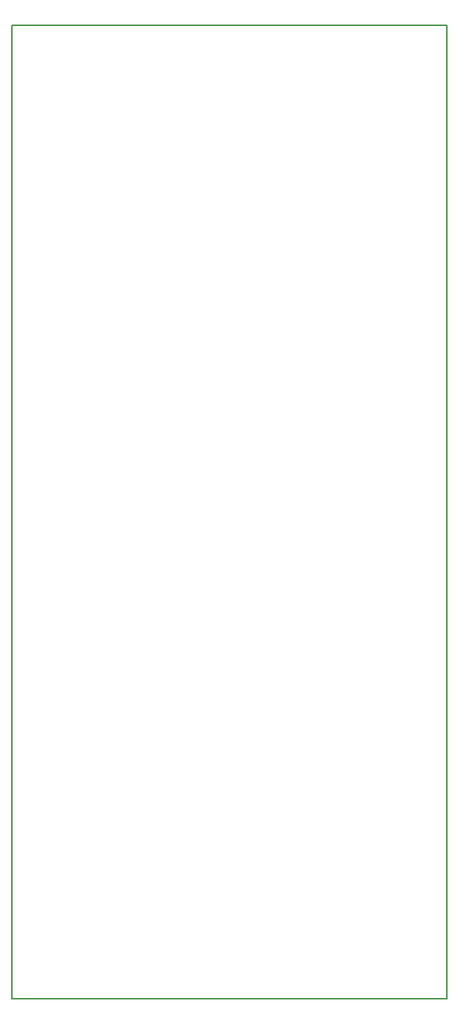
<source format=gbr>
G04 #@! TF.GenerationSoftware,KiCad,Pcbnew,(6.0.0-rc1-dev-1542-gf9f87b3ff-dirty)*
G04 #@! TF.CreationDate,2019-02-04T09:57:12-08:00
G04 #@! TF.ProjectId,qcd-23,7163642d-3233-42e6-9b69-6361645f7063,rev?*
G04 #@! TF.SameCoordinates,Original*
G04 #@! TF.FileFunction,Profile,NP*
%FSLAX46Y46*%
G04 Gerber Fmt 4.6, Leading zero omitted, Abs format (unit mm)*
G04 Created by KiCad (PCBNEW (6.0.0-rc1-dev-1542-gf9f87b3ff-dirty)) date Monday, 04 February 2019 at 09:57:12*
%MOMM*%
%LPD*%
G04 APERTURE LIST*
%ADD10C,0.150000*%
G04 APERTURE END LIST*
D10*
X123736100Y-160439100D02*
X173266100Y-160439100D01*
X173266100Y-160439100D02*
X173266100Y-49568100D01*
X173266100Y-49568100D02*
X123736100Y-49568100D01*
X123736100Y-49568100D02*
X123736100Y-160439100D01*
M02*

</source>
